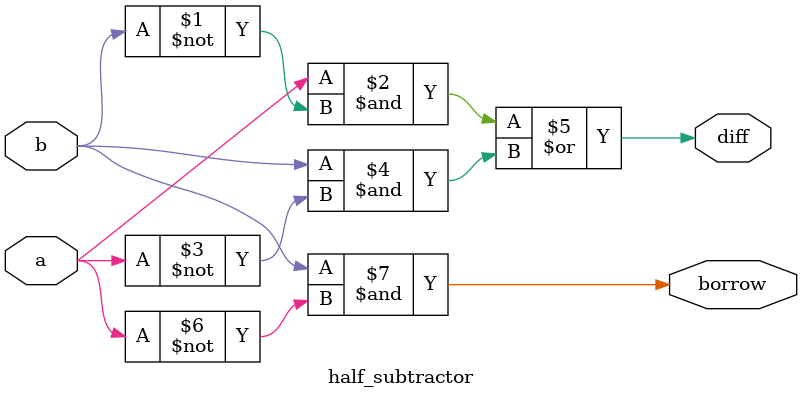
<source format=v>
`timescale 1ns / 1ps


module half_subtractor(
    input a,b,
    output diff, borrow
    );
    assign diff=(a&(~b))|(b&(~a));
    assign borrow=(b&(~a));
endmodule

</source>
